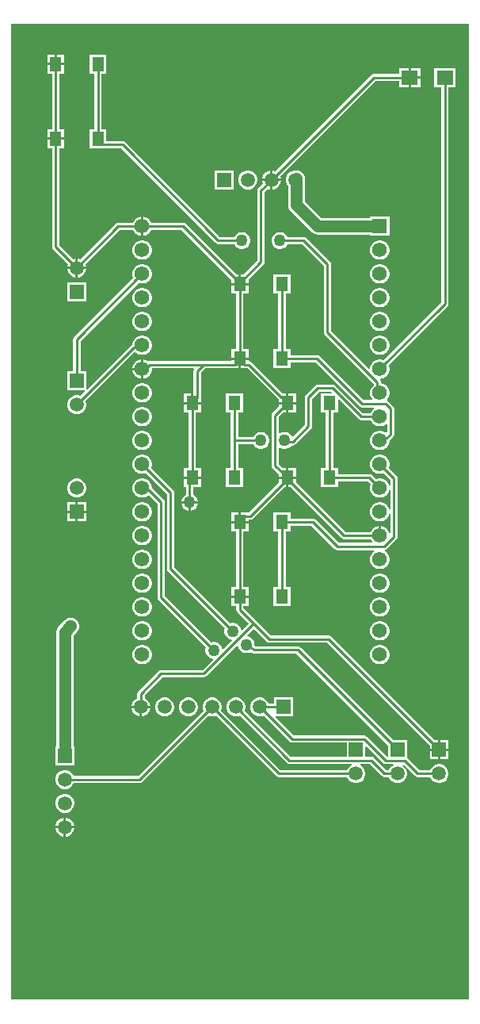
<source format=gtl>
G04*
G04 #@! TF.GenerationSoftware,Altium Limited,Altium Designer,23.3.1 (30)*
G04*
G04 Layer_Physical_Order=1*
G04 Layer_Color=255*
%FSLAX25Y25*%
%MOIN*%
G70*
G04*
G04 #@! TF.SameCoordinates,3938952C-0909-4C2D-B6D7-9D2AFB1CA47D*
G04*
G04*
G04 #@! TF.FilePolarity,Positive*
G04*
G01*
G75*
%ADD11C,0.01000*%
%ADD13R,0.05118X0.06102*%
%ADD14R,0.06890X0.05906*%
%ADD21C,0.05000*%
%ADD22C,0.06142*%
%ADD23R,0.06142X0.06142*%
%ADD24R,0.05906X0.05906*%
%ADD25C,0.05906*%
%ADD26R,0.05906X0.05906*%
%ADD27C,0.05000*%
G36*
X647500Y85000D02*
X455000D01*
Y495000D01*
X647500D01*
Y85000D01*
D02*
G37*
%LPC*%
G36*
X477201Y482201D02*
X474142D01*
Y478650D01*
X477201D01*
Y482201D01*
D02*
G37*
G36*
X473142D02*
X470083D01*
Y478650D01*
X473142D01*
Y482201D01*
D02*
G37*
G36*
X627063Y476453D02*
X623118D01*
Y473000D01*
X627063D01*
Y476453D01*
D02*
G37*
G36*
Y472000D02*
X623118D01*
Y468547D01*
X627063D01*
Y472000D01*
D02*
G37*
G36*
X622118Y476453D02*
X618173D01*
Y474029D01*
X607500D01*
X606915Y473913D01*
X606419Y473581D01*
X566022Y433184D01*
X565020Y433453D01*
X565000D01*
Y430000D01*
X568453D01*
Y430020D01*
X568185Y431022D01*
X608134Y470971D01*
X618173D01*
Y468547D01*
X622118D01*
Y472500D01*
Y476453D01*
D02*
G37*
G36*
X477201Y477650D02*
X473642D01*
X470083D01*
Y474098D01*
X472112D01*
Y450902D01*
X470083D01*
Y447350D01*
X473642D01*
X477201D01*
Y450902D01*
X475171D01*
Y474098D01*
X477201D01*
Y477650D01*
D02*
G37*
G36*
X564000Y433453D02*
X563980D01*
X562974Y433183D01*
X562073Y432663D01*
X561337Y431927D01*
X560817Y431026D01*
X560547Y430020D01*
Y430000D01*
X564000D01*
Y433453D01*
D02*
G37*
G36*
X568453Y429000D02*
X565000D01*
Y425547D01*
X565020D01*
X566026Y425817D01*
X566927Y426337D01*
X567663Y427073D01*
X568183Y427974D01*
X568453Y428980D01*
Y429000D01*
D02*
G37*
G36*
X564000D02*
X560547D01*
Y428980D01*
X560815Y427978D01*
X558919Y426081D01*
X558587Y425585D01*
X558471Y425000D01*
Y395634D01*
X552538Y389701D01*
X551642D01*
Y386150D01*
X554701D01*
Y387538D01*
X561082Y393919D01*
X561413Y394415D01*
X561529Y395000D01*
Y424367D01*
X562978Y425815D01*
X563980Y425547D01*
X564000D01*
Y429000D01*
D02*
G37*
G36*
X555020Y433453D02*
X553980D01*
X552974Y433183D01*
X552073Y432663D01*
X551337Y431927D01*
X550817Y431026D01*
X550547Y430020D01*
Y428980D01*
X550817Y427974D01*
X551337Y427073D01*
X552073Y426337D01*
X552974Y425817D01*
X553980Y425547D01*
X555020D01*
X556026Y425817D01*
X556927Y426337D01*
X557663Y427073D01*
X558183Y427974D01*
X558453Y428980D01*
Y430020D01*
X558183Y431026D01*
X557663Y431927D01*
X556927Y432663D01*
X556026Y433183D01*
X555020Y433453D01*
D02*
G37*
G36*
X548453D02*
X540547D01*
Y425547D01*
X548453D01*
Y433453D01*
D02*
G37*
G36*
X575000Y433530D02*
X574412Y433453D01*
X573980D01*
X572974Y433183D01*
X572073Y432663D01*
X571337Y431927D01*
X570817Y431026D01*
X570547Y430020D01*
Y428980D01*
X570817Y427974D01*
X571337Y427073D01*
X571470Y426940D01*
Y419000D01*
X571590Y418086D01*
X571943Y417235D01*
X572504Y416504D01*
X581504Y407504D01*
X582235Y406943D01*
X583086Y406590D01*
X584000Y406470D01*
X605929D01*
Y405929D01*
X614071D01*
Y414071D01*
X605929D01*
Y413530D01*
X585462D01*
X578530Y420462D01*
Y430000D01*
X578410Y430914D01*
X578057Y431765D01*
X577496Y432496D01*
X576765Y433057D01*
X575914Y433410D01*
X575000Y433530D01*
D02*
G37*
G36*
X509500Y414071D02*
X509464D01*
X508429Y413793D01*
X507500Y413258D01*
X506742Y412500D01*
X506207Y411571D01*
X506195Y411529D01*
X500000D01*
X499415Y411413D01*
X498919Y411081D01*
X484022Y396184D01*
X483020Y396453D01*
X483000D01*
Y393000D01*
X486453D01*
Y393020D01*
X486185Y394022D01*
X500633Y408471D01*
X506195D01*
X506207Y408429D01*
X506742Y407500D01*
X507500Y406742D01*
X508429Y406207D01*
X509464Y405929D01*
X509500D01*
Y410000D01*
Y414071D01*
D02*
G37*
G36*
X494917Y482201D02*
X487799D01*
Y474098D01*
X489829D01*
Y450902D01*
X487799D01*
Y442799D01*
X493270D01*
X493417Y442770D01*
X501067D01*
X540919Y402919D01*
X541415Y402587D01*
X542000Y402471D01*
X548841D01*
X549199Y401851D01*
X549851Y401199D01*
X550649Y400738D01*
X551539Y400500D01*
X552461D01*
X553351Y400738D01*
X554149Y401199D01*
X554801Y401851D01*
X555262Y402649D01*
X555500Y403539D01*
Y404461D01*
X555262Y405351D01*
X554801Y406149D01*
X554149Y406801D01*
X553351Y407262D01*
X552461Y407500D01*
X551539D01*
X550649Y407262D01*
X549851Y406801D01*
X549199Y406149D01*
X548841Y405529D01*
X542633D01*
X502782Y445381D01*
X502286Y445712D01*
X501701Y445829D01*
X494917D01*
Y450902D01*
X492888D01*
Y474098D01*
X494917D01*
Y482201D01*
D02*
G37*
G36*
X610536Y404071D02*
X609464D01*
X608429Y403793D01*
X607500Y403258D01*
X606742Y402500D01*
X606207Y401571D01*
X605929Y400536D01*
Y399464D01*
X606207Y398429D01*
X606742Y397500D01*
X607500Y396743D01*
X608429Y396207D01*
X609464Y395929D01*
X610536D01*
X611571Y396207D01*
X612500Y396743D01*
X613258Y397500D01*
X613793Y398429D01*
X614071Y399464D01*
Y400536D01*
X613793Y401571D01*
X613258Y402500D01*
X612500Y403258D01*
X611571Y403793D01*
X610536Y404071D01*
D02*
G37*
G36*
X510536D02*
X509464D01*
X508429Y403793D01*
X507500Y403258D01*
X506742Y402500D01*
X506207Y401571D01*
X505929Y400536D01*
Y399464D01*
X506207Y398429D01*
X506742Y397500D01*
X507500Y396743D01*
X508429Y396207D01*
X509464Y395929D01*
X510536D01*
X511571Y396207D01*
X512500Y396743D01*
X513258Y397500D01*
X513793Y398429D01*
X514071Y399464D01*
Y400536D01*
X513793Y401571D01*
X513258Y402500D01*
X512500Y403258D01*
X511571Y403793D01*
X510536Y404071D01*
D02*
G37*
G36*
X477201Y446350D02*
X473642D01*
X470083D01*
Y442799D01*
X472112D01*
Y401358D01*
X472229Y400773D01*
X472560Y400277D01*
X478816Y394022D01*
X478547Y393020D01*
Y393000D01*
X482000D01*
Y396453D01*
X481980D01*
X480978Y396184D01*
X475171Y401992D01*
Y442799D01*
X477201D01*
Y446350D01*
D02*
G37*
G36*
X486453Y392000D02*
X483000D01*
Y388547D01*
X483020D01*
X484026Y388817D01*
X484927Y389337D01*
X485663Y390073D01*
X486183Y390974D01*
X486453Y391980D01*
Y392000D01*
D02*
G37*
G36*
X482000D02*
X478547D01*
Y391980D01*
X478817Y390974D01*
X479337Y390073D01*
X480073Y389337D01*
X480974Y388817D01*
X481980Y388547D01*
X482000D01*
Y392000D01*
D02*
G37*
G36*
X510536Y414071D02*
X510500D01*
Y410000D01*
Y405929D01*
X510536D01*
X511571Y406207D01*
X512500Y406742D01*
X513258Y407500D01*
X513793Y408429D01*
X513805Y408471D01*
X526650D01*
X547583Y387538D01*
Y386150D01*
X550642D01*
Y389701D01*
X549746D01*
X528365Y411081D01*
X527869Y411413D01*
X527283Y411529D01*
X513805D01*
X513793Y411571D01*
X513258Y412500D01*
X512500Y413258D01*
X511571Y413793D01*
X510536Y414071D01*
D02*
G37*
G36*
X610536Y394071D02*
X609464D01*
X608429Y393793D01*
X607500Y393257D01*
X606742Y392500D01*
X606207Y391571D01*
X605929Y390536D01*
Y389464D01*
X606207Y388429D01*
X606742Y387500D01*
X607500Y386742D01*
X608429Y386207D01*
X609464Y385929D01*
X610536D01*
X611571Y386207D01*
X612500Y386742D01*
X613258Y387500D01*
X613793Y388429D01*
X614071Y389464D01*
Y390536D01*
X613793Y391571D01*
X613258Y392500D01*
X612500Y393257D01*
X611571Y393793D01*
X610536Y394071D01*
D02*
G37*
G36*
X510536D02*
X509464D01*
X508429Y393793D01*
X507500Y393257D01*
X506742Y392500D01*
X506207Y391571D01*
X505929Y390536D01*
Y389464D01*
X506207Y388429D01*
X506228Y388391D01*
X481419Y363581D01*
X481087Y363085D01*
X480971Y362500D01*
Y348953D01*
X478547D01*
Y341047D01*
X485731D01*
X485922Y340585D01*
X484022Y338685D01*
X483020Y338953D01*
X481980D01*
X480974Y338683D01*
X480073Y338163D01*
X479337Y337427D01*
X478817Y336526D01*
X478547Y335520D01*
Y334480D01*
X478817Y333474D01*
X479337Y332573D01*
X480073Y331837D01*
X480974Y331317D01*
X481980Y331047D01*
X483020D01*
X484026Y331317D01*
X484927Y331837D01*
X485663Y332573D01*
X486183Y333474D01*
X486453Y334480D01*
Y335520D01*
X486185Y336522D01*
X506953Y357290D01*
X507500Y356743D01*
X508429Y356207D01*
X509464Y355929D01*
X510536D01*
X511571Y356207D01*
X512500Y356743D01*
X513258Y357500D01*
X513793Y358429D01*
X514071Y359464D01*
Y360536D01*
X513793Y361571D01*
X513258Y362500D01*
X512500Y363258D01*
X511571Y363793D01*
X510536Y364071D01*
X509464D01*
X508429Y363793D01*
X507500Y363258D01*
X506742Y362500D01*
X506207Y361571D01*
X505929Y360536D01*
Y360428D01*
X505435Y360098D01*
X486915Y341578D01*
X486453Y341769D01*
Y348953D01*
X484029D01*
Y361866D01*
X508391Y386228D01*
X508429Y386207D01*
X509464Y385929D01*
X510536D01*
X511571Y386207D01*
X512500Y386742D01*
X513258Y387500D01*
X513793Y388429D01*
X514071Y389464D01*
Y390536D01*
X513793Y391571D01*
X513258Y392500D01*
X512500Y393257D01*
X511571Y393793D01*
X510536Y394071D01*
D02*
G37*
G36*
X486453Y386453D02*
X478547D01*
Y378547D01*
X486453D01*
Y386453D01*
D02*
G37*
G36*
X610536Y384071D02*
X609464D01*
X608429Y383793D01*
X607500Y383258D01*
X606742Y382500D01*
X606207Y381571D01*
X605929Y380536D01*
Y379464D01*
X606207Y378429D01*
X606742Y377500D01*
X607500Y376743D01*
X608429Y376207D01*
X609464Y375929D01*
X610536D01*
X611571Y376207D01*
X612500Y376743D01*
X613258Y377500D01*
X613793Y378429D01*
X614071Y379464D01*
Y380536D01*
X613793Y381571D01*
X613258Y382500D01*
X612500Y383258D01*
X611571Y383793D01*
X610536Y384071D01*
D02*
G37*
G36*
X510536D02*
X509464D01*
X508429Y383793D01*
X507500Y383258D01*
X506742Y382500D01*
X506207Y381571D01*
X505929Y380536D01*
Y379464D01*
X506207Y378429D01*
X506742Y377500D01*
X507500Y376743D01*
X508429Y376207D01*
X509464Y375929D01*
X510536D01*
X511571Y376207D01*
X512500Y376743D01*
X513258Y377500D01*
X513793Y378429D01*
X514071Y379464D01*
Y380536D01*
X513793Y381571D01*
X513258Y382500D01*
X512500Y383258D01*
X511571Y383793D01*
X510536Y384071D01*
D02*
G37*
G36*
X610536Y374071D02*
X609464D01*
X608429Y373793D01*
X607500Y373257D01*
X606742Y372500D01*
X606207Y371571D01*
X605929Y370536D01*
Y369464D01*
X606207Y368429D01*
X606742Y367500D01*
X607500Y366742D01*
X608429Y366207D01*
X609464Y365929D01*
X610536D01*
X611571Y366207D01*
X612500Y366742D01*
X613258Y367500D01*
X613793Y368429D01*
X614071Y369464D01*
Y370536D01*
X613793Y371571D01*
X613258Y372500D01*
X612500Y373257D01*
X611571Y373793D01*
X610536Y374071D01*
D02*
G37*
G36*
X510536D02*
X509464D01*
X508429Y373793D01*
X507500Y373257D01*
X506742Y372500D01*
X506207Y371571D01*
X505929Y370536D01*
Y369464D01*
X506207Y368429D01*
X506742Y367500D01*
X507500Y366742D01*
X508429Y366207D01*
X509464Y365929D01*
X510536D01*
X511571Y366207D01*
X512500Y366742D01*
X513258Y367500D01*
X513793Y368429D01*
X514071Y369464D01*
Y370536D01*
X513793Y371571D01*
X513258Y372500D01*
X512500Y373257D01*
X511571Y373793D01*
X510536Y374071D01*
D02*
G37*
G36*
X610536Y364071D02*
X609464D01*
X608429Y363793D01*
X607500Y363258D01*
X606742Y362500D01*
X606207Y361571D01*
X605929Y360536D01*
Y359464D01*
X606207Y358429D01*
X606742Y357500D01*
X607500Y356743D01*
X608429Y356207D01*
X609464Y355929D01*
X610536D01*
X611571Y356207D01*
X612500Y356743D01*
X613258Y357500D01*
X613793Y358429D01*
X614071Y359464D01*
Y360536D01*
X613793Y361571D01*
X613258Y362500D01*
X612500Y363258D01*
X611571Y363793D01*
X610536Y364071D01*
D02*
G37*
G36*
X554701Y385150D02*
X551142D01*
X547583D01*
Y381598D01*
X549612D01*
Y358402D01*
X547583D01*
Y354850D01*
X551142D01*
X554701D01*
Y358402D01*
X552671D01*
Y381598D01*
X554701D01*
Y385150D01*
D02*
G37*
G36*
X641827Y476453D02*
X632937D01*
Y468547D01*
X635852D01*
Y378015D01*
X611609Y353772D01*
X611571Y353793D01*
X610536Y354071D01*
X609464D01*
X608429Y353793D01*
X607500Y353257D01*
X606742Y352500D01*
X606207Y351571D01*
X605929Y350536D01*
Y350423D01*
X605467Y350232D01*
X589529Y366169D01*
Y394000D01*
X589413Y394585D01*
X589081Y395081D01*
X579081Y405081D01*
X578585Y405413D01*
X578000Y405529D01*
X571159D01*
X570801Y406149D01*
X570149Y406801D01*
X569351Y407262D01*
X568461Y407500D01*
X567539D01*
X566649Y407262D01*
X565851Y406801D01*
X565199Y406149D01*
X564739Y405351D01*
X564500Y404461D01*
Y403539D01*
X564739Y402649D01*
X565199Y401851D01*
X565851Y401199D01*
X566649Y400738D01*
X567539Y400500D01*
X568461D01*
X569351Y400738D01*
X570149Y401199D01*
X570801Y401851D01*
X571159Y402471D01*
X577366D01*
X586471Y393367D01*
Y365536D01*
X586587Y364951D01*
X586919Y364454D01*
X607487Y343886D01*
Y343244D01*
X606742Y342500D01*
X606207Y341571D01*
X605929Y340536D01*
Y339464D01*
X606207Y338429D01*
X606742Y337500D01*
X606822Y337421D01*
X606631Y336959D01*
X603204D01*
X584731Y355432D01*
X584235Y355763D01*
X583650Y355880D01*
X572417D01*
Y358402D01*
X570388D01*
Y381598D01*
X572417D01*
Y389701D01*
X565299D01*
Y381598D01*
X567329D01*
Y358402D01*
X565299D01*
Y350299D01*
X572417D01*
Y352821D01*
X583016D01*
X601489Y334348D01*
X601986Y334016D01*
X602571Y333900D01*
X607613D01*
X607747Y333400D01*
X607500Y333258D01*
X606742Y332500D01*
X606207Y331571D01*
X606195Y331529D01*
X602877D01*
X591325Y343081D01*
X590829Y343413D01*
X590244Y343529D01*
X584000D01*
X583415Y343413D01*
X582919Y343081D01*
X578919Y339081D01*
X578587Y338585D01*
X578471Y338000D01*
Y326634D01*
X573525Y321688D01*
X573029Y321753D01*
X572801Y322149D01*
X572149Y322801D01*
X571351Y323261D01*
X570461Y323500D01*
X569539D01*
X568649Y323261D01*
X568029Y322904D01*
X567529Y323141D01*
Y329874D01*
X569253Y331598D01*
X570642D01*
Y335150D01*
X567583D01*
Y334254D01*
X564919Y331589D01*
X564587Y331093D01*
X564471Y330508D01*
Y309492D01*
X564587Y308907D01*
X564919Y308411D01*
X567583Y305747D01*
Y304850D01*
X570642D01*
Y308402D01*
X569253D01*
X567529Y310126D01*
Y316860D01*
X568029Y317096D01*
X568649Y316739D01*
X569539Y316500D01*
X570461D01*
X571351Y316739D01*
X572149Y317199D01*
X572801Y317851D01*
X572820Y317885D01*
X573414D01*
X574000Y318001D01*
X574496Y318333D01*
X581081Y324919D01*
X581413Y325415D01*
X581529Y326000D01*
Y337367D01*
X584633Y340471D01*
X589573D01*
X589824Y340160D01*
X589625Y339701D01*
X585299D01*
Y331598D01*
X587329D01*
Y308402D01*
X585299D01*
Y300299D01*
X592417D01*
Y302821D01*
X605016D01*
X606228Y301609D01*
X606207Y301571D01*
X605929Y300536D01*
Y299464D01*
X606207Y298429D01*
X606742Y297500D01*
X607500Y296743D01*
X608429Y296207D01*
X609464Y295929D01*
X610536D01*
X611571Y296207D01*
X612500Y296743D01*
X613258Y297500D01*
X613793Y298429D01*
X613971Y299090D01*
X614471Y299024D01*
Y290976D01*
X613971Y290910D01*
X613793Y291571D01*
X613258Y292500D01*
X612500Y293257D01*
X611571Y293793D01*
X610536Y294071D01*
X609464D01*
X608429Y293793D01*
X607500Y293257D01*
X606742Y292500D01*
X606207Y291571D01*
X605929Y290536D01*
Y289464D01*
X606207Y288429D01*
X606742Y287500D01*
X607500Y286742D01*
X608429Y286207D01*
X609464Y285929D01*
X610536D01*
X611571Y286207D01*
X612500Y286742D01*
X613258Y287500D01*
X613793Y288429D01*
X613971Y289090D01*
X614471Y289024D01*
Y280976D01*
X613971Y280910D01*
X613793Y281571D01*
X613258Y282500D01*
X612500Y283258D01*
X611571Y283793D01*
X610536Y284071D01*
X610500D01*
Y280000D01*
X609500D01*
Y284071D01*
X609464D01*
X608429Y283793D01*
X607500Y283258D01*
X606742Y282500D01*
X606207Y281571D01*
X606195Y281529D01*
X595634D01*
X574701Y302462D01*
Y303850D01*
X571642D01*
Y300299D01*
X572538D01*
X593919Y278919D01*
X594415Y278587D01*
X595000Y278471D01*
X606195D01*
X606207Y278429D01*
X606742Y277500D01*
X606822Y277420D01*
X606631Y276958D01*
X592704D01*
X582932Y286731D01*
X582436Y287063D01*
X581850Y287179D01*
X572417D01*
Y289701D01*
X565299D01*
Y281598D01*
X567329D01*
Y258402D01*
X565299D01*
Y250299D01*
X572417D01*
Y258402D01*
X570388D01*
Y281598D01*
X572417D01*
Y284120D01*
X581217D01*
X590989Y274348D01*
X591486Y274016D01*
X592071Y273900D01*
X607613D01*
X607747Y273400D01*
X607500Y273257D01*
X606742Y272500D01*
X606207Y271571D01*
X605929Y270536D01*
Y269464D01*
X606207Y268429D01*
X606742Y267500D01*
X607500Y266742D01*
X608429Y266207D01*
X609464Y265929D01*
X610536D01*
X611571Y266207D01*
X612500Y266742D01*
X613258Y267500D01*
X613793Y268429D01*
X614071Y269464D01*
Y270536D01*
X613793Y271571D01*
X613258Y272500D01*
X612500Y273257D01*
X612174Y273446D01*
X612261Y273973D01*
X612479Y274016D01*
X612975Y274348D01*
X617081Y278454D01*
X617413Y278951D01*
X617529Y279536D01*
Y304000D01*
X617413Y304585D01*
X617081Y305081D01*
X613772Y308391D01*
X613793Y308429D01*
X614071Y309464D01*
Y310536D01*
X613793Y311571D01*
X613258Y312500D01*
X612500Y313258D01*
X611571Y313793D01*
X610536Y314071D01*
X609464D01*
X608429Y313793D01*
X607500Y313258D01*
X606742Y312500D01*
X606207Y311571D01*
X605929Y310536D01*
Y309464D01*
X606207Y308429D01*
X606742Y307500D01*
X607500Y306743D01*
X608429Y306207D01*
X609464Y305929D01*
X610536D01*
X611571Y306207D01*
X611609Y306228D01*
X614471Y303366D01*
Y300976D01*
X613971Y300910D01*
X613793Y301571D01*
X613258Y302500D01*
X612500Y303257D01*
X611571Y303793D01*
X610536Y304071D01*
X609464D01*
X608429Y303793D01*
X608391Y303772D01*
X606731Y305432D01*
X606235Y305763D01*
X605650Y305880D01*
X592417D01*
Y308402D01*
X590388D01*
Y331598D01*
X592417D01*
Y337010D01*
X592879Y337201D01*
X601162Y328919D01*
X601658Y328587D01*
X602244Y328471D01*
X606195D01*
X606207Y328429D01*
X606742Y327500D01*
X607500Y326743D01*
X608429Y326207D01*
X609464Y325929D01*
X610536D01*
X611571Y326207D01*
X612500Y326743D01*
X612579Y326822D01*
X613041Y326631D01*
Y323423D01*
X612541Y323216D01*
X612500Y323257D01*
X611571Y323793D01*
X610536Y324071D01*
X609464D01*
X608429Y323793D01*
X607500Y323257D01*
X606742Y322500D01*
X606207Y321571D01*
X605929Y320536D01*
Y319464D01*
X606207Y318429D01*
X606742Y317500D01*
X607500Y316742D01*
X608429Y316207D01*
X609464Y315929D01*
X610536D01*
X611571Y316207D01*
X612500Y316742D01*
X613258Y317500D01*
X613793Y318429D01*
X614071Y319464D01*
Y319908D01*
X615652Y321489D01*
X615984Y321986D01*
X616100Y322571D01*
Y333429D01*
X615984Y334014D01*
X615652Y334511D01*
X613652Y336511D01*
X613246Y336782D01*
X613084Y337327D01*
X613258Y337500D01*
X613793Y338429D01*
X614071Y339464D01*
Y340536D01*
X613793Y341571D01*
X613258Y342500D01*
X612500Y343257D01*
X611571Y343793D01*
X610546Y344068D01*
Y344520D01*
X610429Y345105D01*
X610213Y345429D01*
X610438Y345929D01*
X610536D01*
X611571Y346207D01*
X612500Y346743D01*
X613258Y347500D01*
X613793Y348429D01*
X614071Y349464D01*
Y350536D01*
X613793Y351571D01*
X613772Y351609D01*
X638463Y376301D01*
X638795Y376797D01*
X638911Y377382D01*
Y468547D01*
X641827D01*
Y476453D01*
D02*
G37*
G36*
X509500Y354071D02*
X509464D01*
X508429Y353793D01*
X507500Y353257D01*
X506742Y352500D01*
X506207Y351571D01*
X505929Y350536D01*
Y350500D01*
X509500D01*
Y354071D01*
D02*
G37*
G36*
Y349500D02*
X505929D01*
Y349464D01*
X506207Y348429D01*
X506742Y347500D01*
X507500Y346743D01*
X508429Y346207D01*
X509464Y345929D01*
X509500D01*
Y349500D01*
D02*
G37*
G36*
X574701Y339701D02*
X571642D01*
Y336150D01*
X574701D01*
Y339701D01*
D02*
G37*
G36*
X510536Y354071D02*
X510500D01*
Y350000D01*
X510000D01*
D01*
X510500D01*
Y345929D01*
X510536D01*
X511571Y346207D01*
X512500Y346743D01*
X513258Y347500D01*
X513793Y348429D01*
X514071Y349464D01*
Y350270D01*
X531523D01*
X531797Y349859D01*
X531785Y349770D01*
X531671Y349201D01*
Y339701D01*
X531642D01*
Y336150D01*
X534701D01*
Y337561D01*
X534730Y337709D01*
Y348567D01*
X536433Y350270D01*
X549083D01*
X549230Y350299D01*
X550642D01*
Y353850D01*
X547583D01*
Y353329D01*
X513157D01*
X512571Y353212D01*
X512556Y353202D01*
X512500Y353257D01*
X511571Y353793D01*
X510536Y354071D01*
D02*
G37*
G36*
X554701Y353850D02*
X551642D01*
Y350299D01*
X553053D01*
X553201Y350270D01*
X554359D01*
X567509Y337119D01*
X567583Y337070D01*
Y336150D01*
X570642D01*
Y339701D01*
X569253D01*
X556074Y352881D01*
X555577Y353212D01*
X554992Y353329D01*
X554701D01*
Y353850D01*
D02*
G37*
G36*
X530642Y339701D02*
X527583D01*
Y336150D01*
X530642D01*
Y339701D01*
D02*
G37*
G36*
X510536Y344071D02*
X509464D01*
X508429Y343793D01*
X507500Y343257D01*
X506742Y342500D01*
X506207Y341571D01*
X505929Y340536D01*
Y339464D01*
X506207Y338429D01*
X506742Y337500D01*
X507500Y336742D01*
X508429Y336207D01*
X509464Y335929D01*
X510536D01*
X511571Y336207D01*
X512500Y336742D01*
X513258Y337500D01*
X513793Y338429D01*
X514071Y339464D01*
Y340536D01*
X513793Y341571D01*
X513258Y342500D01*
X512500Y343257D01*
X511571Y343793D01*
X510536Y344071D01*
D02*
G37*
G36*
X574701Y335150D02*
X571642D01*
Y331598D01*
X574701D01*
Y335150D01*
D02*
G37*
G36*
X510536Y334071D02*
X509464D01*
X508429Y333793D01*
X507500Y333258D01*
X506742Y332500D01*
X506207Y331571D01*
X505929Y330536D01*
Y329464D01*
X506207Y328429D01*
X506742Y327500D01*
X507500Y326743D01*
X508429Y326207D01*
X509464Y325929D01*
X510536D01*
X511571Y326207D01*
X512500Y326743D01*
X513258Y327500D01*
X513793Y328429D01*
X514071Y329464D01*
Y330536D01*
X513793Y331571D01*
X513258Y332500D01*
X512500Y333258D01*
X511571Y333793D01*
X510536Y334071D01*
D02*
G37*
G36*
X552417Y339701D02*
X545299D01*
Y331598D01*
X547329D01*
Y320000D01*
Y308402D01*
X545299D01*
Y300299D01*
X552417D01*
Y308402D01*
X550388D01*
Y318471D01*
X556842D01*
X557199Y317851D01*
X557851Y317199D01*
X558649Y316739D01*
X559539Y316500D01*
X560461D01*
X561351Y316739D01*
X562149Y317199D01*
X562801Y317851D01*
X563262Y318649D01*
X563500Y319539D01*
Y320461D01*
X563262Y321351D01*
X562801Y322149D01*
X562149Y322801D01*
X561351Y323261D01*
X560461Y323500D01*
X559539D01*
X558649Y323261D01*
X557851Y322801D01*
X557199Y322149D01*
X556842Y321529D01*
X550388D01*
Y331598D01*
X552417D01*
Y339701D01*
D02*
G37*
G36*
X510536Y324071D02*
X509464D01*
X508429Y323793D01*
X507500Y323257D01*
X506742Y322500D01*
X506207Y321571D01*
X505929Y320536D01*
Y319464D01*
X506207Y318429D01*
X506742Y317500D01*
X507500Y316742D01*
X508429Y316207D01*
X509464Y315929D01*
X510536D01*
X511571Y316207D01*
X512500Y316742D01*
X513258Y317500D01*
X513793Y318429D01*
X514071Y319464D01*
Y320536D01*
X513793Y321571D01*
X513258Y322500D01*
X512500Y323257D01*
X511571Y323793D01*
X510536Y324071D01*
D02*
G37*
G36*
X574701Y308402D02*
X571642D01*
Y304850D01*
X574701D01*
Y308402D01*
D02*
G37*
G36*
X534701Y335150D02*
X531142D01*
X527583D01*
Y331598D01*
X529612D01*
Y308402D01*
X527583D01*
Y304850D01*
X531142D01*
X534701D01*
Y308402D01*
X532671D01*
Y331598D01*
X534701D01*
Y335150D01*
D02*
G37*
G36*
X483020Y303953D02*
X481980D01*
X480974Y303683D01*
X480073Y303163D01*
X479337Y302427D01*
X478817Y301526D01*
X478547Y300520D01*
Y299480D01*
X478817Y298474D01*
X479337Y297573D01*
X480073Y296837D01*
X480974Y296317D01*
X481980Y296047D01*
X483020D01*
X484026Y296317D01*
X484927Y296837D01*
X485663Y297573D01*
X486183Y298474D01*
X486453Y299480D01*
Y300520D01*
X486183Y301526D01*
X485663Y302427D01*
X484927Y303163D01*
X484026Y303683D01*
X483020Y303953D01*
D02*
G37*
G36*
X534701Y303850D02*
X531142D01*
X527583D01*
Y300299D01*
X528471D01*
Y297159D01*
X527851Y296801D01*
X527199Y296149D01*
X526739Y295351D01*
X526510Y294500D01*
X533490D01*
X533261Y295351D01*
X532801Y296149D01*
X532149Y296801D01*
X531529Y297159D01*
Y300299D01*
X534701D01*
Y303850D01*
D02*
G37*
G36*
X533490Y293500D02*
X530500D01*
Y290511D01*
X531351Y290739D01*
X532149Y291199D01*
X532801Y291851D01*
X533261Y292649D01*
X533490Y293500D01*
D02*
G37*
G36*
X529500D02*
X526510D01*
X526739Y292649D01*
X527199Y291851D01*
X527851Y291199D01*
X528649Y290739D01*
X529500Y290511D01*
Y293500D01*
D02*
G37*
G36*
X486453Y293953D02*
X483000D01*
Y290500D01*
X486453D01*
Y293953D01*
D02*
G37*
G36*
X482000D02*
X478547D01*
Y290500D01*
X482000D01*
Y293953D01*
D02*
G37*
G36*
X570642Y303850D02*
X567583D01*
Y302462D01*
X554851Y289730D01*
X553201D01*
X553053Y289701D01*
X551642D01*
Y286150D01*
X554701D01*
Y286671D01*
X555484D01*
X556070Y286788D01*
X556566Y287119D01*
X569746Y300299D01*
X570642D01*
Y303850D01*
D02*
G37*
G36*
X550642Y289701D02*
X547583D01*
Y286150D01*
X550642D01*
Y289701D01*
D02*
G37*
G36*
X486453Y289500D02*
X483000D01*
Y286047D01*
X486453D01*
Y289500D01*
D02*
G37*
G36*
X482000D02*
X478547D01*
Y286047D01*
X482000D01*
Y289500D01*
D02*
G37*
G36*
X510536Y294071D02*
X509464D01*
X508429Y293793D01*
X507500Y293257D01*
X506742Y292500D01*
X506207Y291571D01*
X505929Y290536D01*
Y289464D01*
X506207Y288429D01*
X506742Y287500D01*
X507500Y286742D01*
X508429Y286207D01*
X509464Y285929D01*
X510536D01*
X511571Y286207D01*
X512500Y286742D01*
X513258Y287500D01*
X513793Y288429D01*
X514071Y289464D01*
Y290536D01*
X513793Y291571D01*
X513258Y292500D01*
X512500Y293257D01*
X511571Y293793D01*
X510536Y294071D01*
D02*
G37*
G36*
Y284071D02*
X509464D01*
X508429Y283793D01*
X507500Y283258D01*
X506742Y282500D01*
X506207Y281571D01*
X505929Y280536D01*
Y279464D01*
X506207Y278429D01*
X506742Y277500D01*
X507500Y276743D01*
X508429Y276207D01*
X509464Y275929D01*
X510536D01*
X511571Y276207D01*
X512500Y276743D01*
X513258Y277500D01*
X513793Y278429D01*
X514071Y279464D01*
Y280536D01*
X513793Y281571D01*
X513258Y282500D01*
X512500Y283258D01*
X511571Y283793D01*
X510536Y284071D01*
D02*
G37*
G36*
Y274071D02*
X509464D01*
X508429Y273793D01*
X507500Y273257D01*
X506742Y272500D01*
X506207Y271571D01*
X505929Y270536D01*
Y269464D01*
X506207Y268429D01*
X506742Y267500D01*
X507500Y266742D01*
X508429Y266207D01*
X509464Y265929D01*
X510536D01*
X511571Y266207D01*
X512500Y266742D01*
X513258Y267500D01*
X513793Y268429D01*
X514071Y269464D01*
Y270536D01*
X513793Y271571D01*
X513258Y272500D01*
X512500Y273257D01*
X511571Y273793D01*
X510536Y274071D01*
D02*
G37*
G36*
X610536Y264071D02*
X609464D01*
X608429Y263793D01*
X607500Y263258D01*
X606742Y262500D01*
X606207Y261571D01*
X605929Y260536D01*
Y259464D01*
X606207Y258429D01*
X606742Y257500D01*
X607500Y256743D01*
X608429Y256207D01*
X609464Y255929D01*
X610536D01*
X611571Y256207D01*
X612500Y256743D01*
X613258Y257500D01*
X613793Y258429D01*
X614071Y259464D01*
Y260536D01*
X613793Y261571D01*
X613258Y262500D01*
X612500Y263258D01*
X611571Y263793D01*
X610536Y264071D01*
D02*
G37*
G36*
X510536D02*
X509464D01*
X508429Y263793D01*
X507500Y263258D01*
X506742Y262500D01*
X506207Y261571D01*
X505929Y260536D01*
Y259464D01*
X506207Y258429D01*
X506742Y257500D01*
X507500Y256743D01*
X508429Y256207D01*
X509464Y255929D01*
X510536D01*
X511571Y256207D01*
X512500Y256743D01*
X513258Y257500D01*
X513793Y258429D01*
X514071Y259464D01*
Y260536D01*
X513793Y261571D01*
X513258Y262500D01*
X512500Y263258D01*
X511571Y263793D01*
X510536Y264071D01*
D02*
G37*
G36*
X554701Y285150D02*
X551142D01*
X547583D01*
Y281598D01*
X549612D01*
Y258402D01*
X547583D01*
Y254850D01*
X551142D01*
X554701D01*
Y258402D01*
X552671D01*
Y281598D01*
X554701D01*
Y285150D01*
D02*
G37*
G36*
X610536Y254071D02*
X609464D01*
X608429Y253793D01*
X607500Y253257D01*
X606742Y252500D01*
X606207Y251571D01*
X605929Y250536D01*
Y249464D01*
X606207Y248429D01*
X606742Y247500D01*
X607500Y246743D01*
X608429Y246207D01*
X609464Y245929D01*
X610536D01*
X611571Y246207D01*
X612500Y246743D01*
X613258Y247500D01*
X613793Y248429D01*
X614071Y249464D01*
Y250536D01*
X613793Y251571D01*
X613258Y252500D01*
X612500Y253257D01*
X611571Y253793D01*
X610536Y254071D01*
D02*
G37*
G36*
X510536D02*
X509464D01*
X508429Y253793D01*
X507500Y253257D01*
X506742Y252500D01*
X506207Y251571D01*
X505929Y250536D01*
Y249464D01*
X506207Y248429D01*
X506742Y247500D01*
X507500Y246743D01*
X508429Y246207D01*
X509464Y245929D01*
X510536D01*
X511571Y246207D01*
X512500Y246743D01*
X513258Y247500D01*
X513793Y248429D01*
X514071Y249464D01*
Y250536D01*
X513793Y251571D01*
X513258Y252500D01*
X512500Y253257D01*
X511571Y253793D01*
X510536Y254071D01*
D02*
G37*
G36*
X610536Y244071D02*
X609464D01*
X608429Y243793D01*
X607500Y243257D01*
X606742Y242500D01*
X606207Y241571D01*
X605929Y240536D01*
Y239464D01*
X606207Y238429D01*
X606742Y237500D01*
X607500Y236742D01*
X608429Y236207D01*
X609464Y235929D01*
X610536D01*
X611571Y236207D01*
X612500Y236742D01*
X613258Y237500D01*
X613793Y238429D01*
X614071Y239464D01*
Y240536D01*
X613793Y241571D01*
X613258Y242500D01*
X612500Y243257D01*
X611571Y243793D01*
X610536Y244071D01*
D02*
G37*
G36*
X510536D02*
X509464D01*
X508429Y243793D01*
X507500Y243257D01*
X506742Y242500D01*
X506207Y241571D01*
X505929Y240536D01*
Y239464D01*
X506207Y238429D01*
X506742Y237500D01*
X507500Y236742D01*
X508429Y236207D01*
X509464Y235929D01*
X510536D01*
X511571Y236207D01*
X512500Y236742D01*
X513258Y237500D01*
X513793Y238429D01*
X514071Y239464D01*
Y240536D01*
X513793Y241571D01*
X513258Y242500D01*
X512500Y243257D01*
X511571Y243793D01*
X510536Y244071D01*
D02*
G37*
G36*
Y314071D02*
X509464D01*
X508429Y313793D01*
X507500Y313258D01*
X506742Y312500D01*
X506207Y311571D01*
X505929Y310536D01*
Y309464D01*
X506207Y308429D01*
X506742Y307500D01*
X507500Y306743D01*
X508429Y306207D01*
X509464Y305929D01*
X510536D01*
X511571Y306207D01*
X511609Y306228D01*
X520471Y297366D01*
Y266000D01*
X520587Y265415D01*
X520919Y264919D01*
X544857Y240980D01*
X544672Y240289D01*
Y239368D01*
X544910Y238477D01*
X545371Y237679D01*
X546023Y237028D01*
X546821Y236567D01*
X547512Y236382D01*
X547698Y235861D01*
X544139Y232302D01*
X543618Y232488D01*
X543433Y233179D01*
X542972Y233978D01*
X542321Y234629D01*
X541523Y235090D01*
X540632Y235328D01*
X539711D01*
X539020Y235143D01*
X519529Y254633D01*
Y294000D01*
X519413Y294585D01*
X519081Y295081D01*
X514071Y300092D01*
Y300536D01*
X513793Y301571D01*
X513258Y302500D01*
X512500Y303257D01*
X511571Y303793D01*
X510536Y304071D01*
X509464D01*
X508429Y303793D01*
X507500Y303257D01*
X506742Y302500D01*
X506207Y301571D01*
X505929Y300536D01*
Y299464D01*
X506207Y298429D01*
X506742Y297500D01*
X507500Y296743D01*
X508429Y296207D01*
X509464Y295929D01*
X510536D01*
X511571Y296207D01*
X512500Y296743D01*
X512797Y297040D01*
X516471Y293367D01*
Y254000D01*
X516587Y253415D01*
X516919Y252919D01*
X536857Y232980D01*
X536672Y232289D01*
Y231368D01*
X536910Y230477D01*
X537371Y229679D01*
X538023Y229028D01*
X538821Y228567D01*
X539512Y228382D01*
X539698Y227861D01*
X535366Y223529D01*
X518000D01*
X517415Y223413D01*
X516919Y223081D01*
X508419Y214581D01*
X508087Y214085D01*
X507971Y213500D01*
Y211681D01*
X507073Y211163D01*
X506337Y210427D01*
X505817Y209526D01*
X505547Y208520D01*
Y208500D01*
X509500D01*
X513453D01*
Y208520D01*
X513183Y209526D01*
X512663Y210427D01*
X511927Y211163D01*
X511029Y211681D01*
Y212866D01*
X518634Y220471D01*
X536000D01*
X536585Y220587D01*
X537081Y220919D01*
X549861Y233698D01*
X550382Y233512D01*
X550567Y232821D01*
X551028Y232023D01*
X551679Y231371D01*
X552478Y230910D01*
X553368Y230672D01*
X554289D01*
X555179Y230910D01*
X555625Y231168D01*
X556308Y230720D01*
X556441Y230667D01*
X556561Y230587D01*
X556715Y230556D01*
X556862Y230497D01*
X557005Y230499D01*
X557146Y230471D01*
X557974Y230471D01*
X574866D01*
X613547Y191790D01*
Y187171D01*
X613047Y187116D01*
X605588Y194575D01*
X605534Y194656D01*
X604656Y195534D01*
X604159Y195866D01*
X603574Y195982D01*
X573681D01*
X566078Y203585D01*
X566269Y204047D01*
X573453D01*
Y211953D01*
X565547D01*
Y209529D01*
X563181D01*
X562663Y210427D01*
X561927Y211163D01*
X561026Y211683D01*
X560020Y211953D01*
X558980D01*
X557974Y211683D01*
X557073Y211163D01*
X556337Y210427D01*
X555817Y209526D01*
X555547Y208520D01*
Y207480D01*
X555817Y206474D01*
X556337Y205573D01*
X557073Y204837D01*
X557974Y204317D01*
X558980Y204047D01*
X560020D01*
X561022Y204315D01*
X571966Y193371D01*
X572462Y193040D01*
X573047Y192923D01*
X596047D01*
Y187077D01*
X572586D01*
X553185Y206478D01*
X553453Y207480D01*
Y208520D01*
X553183Y209526D01*
X552663Y210427D01*
X551927Y211163D01*
X551026Y211683D01*
X550020Y211953D01*
X548980D01*
X547974Y211683D01*
X547073Y211163D01*
X546337Y210427D01*
X545817Y209526D01*
X545547Y208520D01*
Y207480D01*
X545817Y206474D01*
X546337Y205573D01*
X547073Y204837D01*
X547974Y204317D01*
X548980Y204047D01*
X550020D01*
X551022Y204315D01*
X570871Y184466D01*
X571368Y184134D01*
X571953Y184018D01*
X598054D01*
X598188Y183518D01*
X597573Y183163D01*
X596837Y182427D01*
X596319Y181529D01*
X568133D01*
X543185Y206478D01*
X543453Y207480D01*
Y208520D01*
X543183Y209526D01*
X542663Y210427D01*
X541927Y211163D01*
X541026Y211683D01*
X540020Y211953D01*
X538980D01*
X537974Y211683D01*
X537073Y211163D01*
X536337Y210427D01*
X535817Y209526D01*
X535547Y208520D01*
Y207480D01*
X535815Y206478D01*
X508366Y179029D01*
X481181D01*
X480663Y179927D01*
X479927Y180663D01*
X479026Y181183D01*
X478020Y181453D01*
X476980D01*
X475974Y181183D01*
X475073Y180663D01*
X474337Y179927D01*
X473817Y179026D01*
X473547Y178020D01*
Y176980D01*
X473817Y175974D01*
X474337Y175073D01*
X475073Y174337D01*
X475974Y173817D01*
X476980Y173547D01*
X478020D01*
X479026Y173817D01*
X479927Y174337D01*
X480663Y175073D01*
X481181Y175971D01*
X509000D01*
X509585Y176087D01*
X510081Y176419D01*
X537978Y204315D01*
X538980Y204047D01*
X540020D01*
X541022Y204315D01*
X566419Y178919D01*
X566915Y178587D01*
X567500Y178471D01*
X596319D01*
X596837Y177573D01*
X597573Y176837D01*
X598474Y176317D01*
X599480Y176047D01*
X600520D01*
X601526Y176317D01*
X602427Y176837D01*
X603163Y177573D01*
X603683Y178474D01*
X603953Y179480D01*
Y180520D01*
X603683Y181526D01*
X603163Y182427D01*
X602427Y183163D01*
X601812Y183518D01*
X601946Y184018D01*
X605819D01*
X610919Y178919D01*
X611415Y178587D01*
X612000Y178471D01*
X613819D01*
X614337Y177573D01*
X615073Y176837D01*
X615974Y176317D01*
X616980Y176047D01*
X618020D01*
X619026Y176317D01*
X619927Y176837D01*
X620663Y177573D01*
X621183Y178474D01*
X621453Y179480D01*
Y180520D01*
X621183Y181526D01*
X620663Y182427D01*
X619927Y183163D01*
X619594Y183355D01*
X619693Y183876D01*
X619926Y183911D01*
X624919Y178919D01*
X625415Y178587D01*
X626000Y178471D01*
X631319D01*
X631837Y177573D01*
X632573Y176837D01*
X633474Y176317D01*
X634480Y176047D01*
X635520D01*
X636526Y176317D01*
X637427Y176837D01*
X638163Y177573D01*
X638683Y178474D01*
X638953Y179480D01*
Y180520D01*
X638683Y181526D01*
X638163Y182427D01*
X637427Y183163D01*
X636526Y183683D01*
X635520Y183953D01*
X634480D01*
X633474Y183683D01*
X632573Y183163D01*
X631837Y182427D01*
X631319Y181529D01*
X626634D01*
X621534Y186629D01*
X621453Y186683D01*
Y193953D01*
X615710D01*
X576581Y233081D01*
X576085Y233413D01*
X575500Y233529D01*
X557772D01*
X557328Y233711D01*
Y234632D01*
X557090Y235523D01*
X556629Y236321D01*
X555977Y236972D01*
X555179Y237433D01*
X554488Y237618D01*
X554302Y238139D01*
X557000Y240837D01*
X562419Y235419D01*
X562915Y235087D01*
X563500Y234971D01*
X587866D01*
X631047Y191790D01*
Y190500D01*
X634500D01*
Y193953D01*
X633210D01*
X589581Y237581D01*
X589085Y237913D01*
X588500Y238029D01*
X564134D01*
X558081Y244081D01*
X558081Y244081D01*
X552671Y249492D01*
Y250299D01*
X554701D01*
Y253850D01*
X551142D01*
X547583D01*
Y250299D01*
X549612D01*
Y248858D01*
X549729Y248273D01*
X550060Y247777D01*
X554837Y243000D01*
X552139Y240302D01*
X551618Y240488D01*
X551433Y241179D01*
X550972Y241978D01*
X550321Y242629D01*
X549522Y243090D01*
X548632Y243328D01*
X547711D01*
X547020Y243143D01*
X523529Y266634D01*
Y298000D01*
X523413Y298585D01*
X523081Y299081D01*
X513772Y308391D01*
X513793Y308429D01*
X514071Y309464D01*
Y310536D01*
X513793Y311571D01*
X513258Y312500D01*
X512500Y313258D01*
X511571Y313793D01*
X510536Y314071D01*
D02*
G37*
G36*
X610536Y234071D02*
X609464D01*
X608429Y233793D01*
X607500Y233258D01*
X606742Y232500D01*
X606207Y231571D01*
X605929Y230536D01*
Y229464D01*
X606207Y228429D01*
X606742Y227500D01*
X607500Y226743D01*
X608429Y226207D01*
X609464Y225929D01*
X610536D01*
X611571Y226207D01*
X612500Y226743D01*
X613258Y227500D01*
X613793Y228429D01*
X614071Y229464D01*
Y230536D01*
X613793Y231571D01*
X613258Y232500D01*
X612500Y233258D01*
X611571Y233793D01*
X610536Y234071D01*
D02*
G37*
G36*
X510536D02*
X509464D01*
X508429Y233793D01*
X507500Y233258D01*
X506742Y232500D01*
X506207Y231571D01*
X505929Y230536D01*
Y229464D01*
X506207Y228429D01*
X506742Y227500D01*
X507500Y226743D01*
X508429Y226207D01*
X509464Y225929D01*
X510536D01*
X511571Y226207D01*
X512500Y226743D01*
X513258Y227500D01*
X513793Y228429D01*
X514071Y229464D01*
Y230536D01*
X513793Y231571D01*
X513258Y232500D01*
X512500Y233258D01*
X511571Y233793D01*
X510536Y234071D01*
D02*
G37*
G36*
X530020Y211953D02*
X528980D01*
X527974Y211683D01*
X527073Y211163D01*
X526337Y210427D01*
X525817Y209526D01*
X525547Y208520D01*
Y207480D01*
X525817Y206474D01*
X526337Y205573D01*
X527073Y204837D01*
X527974Y204317D01*
X528980Y204047D01*
X530020D01*
X531026Y204317D01*
X531927Y204837D01*
X532663Y205573D01*
X533183Y206474D01*
X533453Y207480D01*
Y208520D01*
X533183Y209526D01*
X532663Y210427D01*
X531927Y211163D01*
X531026Y211683D01*
X530020Y211953D01*
D02*
G37*
G36*
X520020D02*
X518980D01*
X517974Y211683D01*
X517073Y211163D01*
X516337Y210427D01*
X515817Y209526D01*
X515547Y208520D01*
Y207480D01*
X515817Y206474D01*
X516337Y205573D01*
X517073Y204837D01*
X517974Y204317D01*
X518980Y204047D01*
X520020D01*
X521026Y204317D01*
X521927Y204837D01*
X522663Y205573D01*
X523183Y206474D01*
X523453Y207480D01*
Y208520D01*
X523183Y209526D01*
X522663Y210427D01*
X521927Y211163D01*
X521026Y211683D01*
X520020Y211953D01*
D02*
G37*
G36*
X513453Y207500D02*
X510000D01*
Y204047D01*
X510020D01*
X511026Y204317D01*
X511927Y204837D01*
X512663Y205573D01*
X513183Y206474D01*
X513453Y207480D01*
Y207500D01*
D02*
G37*
G36*
X509000D02*
X505547D01*
Y207480D01*
X505817Y206474D01*
X506337Y205573D01*
X507073Y204837D01*
X507974Y204317D01*
X508980Y204047D01*
X509000D01*
Y207500D01*
D02*
G37*
G36*
X638953Y193953D02*
X635500D01*
Y190500D01*
X638953D01*
Y193953D01*
D02*
G37*
G36*
Y189500D02*
X635500D01*
Y186047D01*
X638953D01*
Y189500D01*
D02*
G37*
G36*
X634500D02*
X631047D01*
Y186047D01*
X634500D01*
Y189500D01*
D02*
G37*
G36*
X480000Y245530D02*
X479771Y245500D01*
X479539D01*
X479316Y245440D01*
X479086Y245410D01*
X478873Y245321D01*
X478649Y245262D01*
X478449Y245146D01*
X478235Y245057D01*
X478051Y244916D01*
X477851Y244801D01*
X477687Y244637D01*
X477504Y244496D01*
X475004Y241996D01*
X474443Y241265D01*
X474090Y240414D01*
X473970Y239500D01*
Y191453D01*
X473547D01*
Y183547D01*
X481453D01*
Y191453D01*
X481030D01*
Y238038D01*
X482496Y239504D01*
X482637Y239687D01*
X482801Y239851D01*
X482916Y240051D01*
X483057Y240235D01*
X483146Y240449D01*
X483261Y240649D01*
X483321Y240873D01*
X483410Y241086D01*
X483440Y241316D01*
X483500Y241539D01*
Y241771D01*
X483530Y242000D01*
X483500Y242229D01*
Y242461D01*
X483440Y242684D01*
X483410Y242914D01*
X483321Y243127D01*
X483261Y243351D01*
X483146Y243551D01*
X483057Y243765D01*
X482916Y243949D01*
X482801Y244149D01*
X482637Y244313D01*
X482496Y244496D01*
X482313Y244637D01*
X482149Y244801D01*
X481949Y244916D01*
X481765Y245057D01*
X481551Y245146D01*
X481351Y245262D01*
X481127Y245321D01*
X480914Y245410D01*
X480684Y245440D01*
X480461Y245500D01*
X480229D01*
X480000Y245530D01*
D02*
G37*
G36*
X478020Y171453D02*
X476980D01*
X475974Y171183D01*
X475073Y170663D01*
X474337Y169927D01*
X473817Y169026D01*
X473547Y168020D01*
Y166980D01*
X473817Y165974D01*
X474337Y165073D01*
X475073Y164337D01*
X475974Y163817D01*
X476980Y163547D01*
X478020D01*
X479026Y163817D01*
X479927Y164337D01*
X480663Y165073D01*
X481183Y165974D01*
X481453Y166980D01*
Y168020D01*
X481183Y169026D01*
X480663Y169927D01*
X479927Y170663D01*
X479026Y171183D01*
X478020Y171453D01*
D02*
G37*
G36*
Y161453D02*
X478000D01*
Y158000D01*
X481453D01*
Y158020D01*
X481183Y159026D01*
X480663Y159927D01*
X479927Y160663D01*
X479026Y161183D01*
X478020Y161453D01*
D02*
G37*
G36*
X477000D02*
X476980D01*
X475974Y161183D01*
X475073Y160663D01*
X474337Y159927D01*
X473817Y159026D01*
X473547Y158020D01*
Y158000D01*
X477000D01*
Y161453D01*
D02*
G37*
G36*
X481453Y157000D02*
X478000D01*
Y153547D01*
X478020D01*
X479026Y153817D01*
X479927Y154337D01*
X480663Y155073D01*
X481183Y155974D01*
X481453Y156980D01*
Y157000D01*
D02*
G37*
G36*
X477000D02*
X473547D01*
Y156980D01*
X473817Y155974D01*
X474337Y155073D01*
X475073Y154337D01*
X475974Y153817D01*
X476980Y153547D01*
X477000D01*
Y157000D01*
D02*
G37*
%LPD*%
G36*
X611371Y184466D02*
X611868Y184134D01*
X612453Y184018D01*
X615554D01*
X615688Y183518D01*
X615073Y183163D01*
X614337Y182427D01*
X613819Y181529D01*
X612634D01*
X607534Y186629D01*
X607038Y186960D01*
X606453Y187077D01*
X603953D01*
Y191231D01*
X604415Y191422D01*
X611371Y184466D01*
D02*
G37*
D11*
X511082Y208095D02*
G03*
X511628Y208765I-426J905D01*
G01*
X607500Y472500D02*
X622618D01*
X564500Y429500D02*
X607500Y472500D01*
X637382Y377382D02*
Y472500D01*
X560000Y425000D02*
X564500Y429500D01*
X560000Y395000D02*
Y425000D01*
X592071Y275429D02*
X611893D01*
X581850Y285650D02*
X592071Y275429D01*
X568858Y285650D02*
X581850D01*
X510880Y208000D02*
X511082Y208095D01*
X477500Y177500D02*
X509000D01*
X539500Y208000D01*
X530000Y303209D02*
X531142Y304350D01*
X530000Y294000D02*
Y303209D01*
X522000Y266000D02*
X548172Y239828D01*
X522000Y266000D02*
Y298000D01*
X510000Y310000D02*
X522000Y298000D01*
X518000Y254000D02*
Y294000D01*
X510000Y300000D02*
X510984Y299016D01*
X512984D01*
X518000Y294000D01*
Y254000D02*
X540172Y231828D01*
X509500Y213500D02*
X518000Y222000D01*
X536000D01*
X509500Y208000D02*
Y213500D01*
X510656Y208000D02*
X510880Y208000D01*
X509500Y208000D02*
X510656D01*
X536000Y222000D02*
X557000Y243000D01*
X553828Y234172D02*
X557146Y232000D01*
X551142Y248858D02*
X557000Y243000D01*
X563500Y236500D01*
X551142Y248858D02*
Y254350D01*
X557146Y232000D02*
X557974Y232000D01*
X575500D01*
X617500Y190000D01*
X620453Y185547D02*
X626000Y180000D01*
X612453Y185547D02*
X620453D01*
X626000Y180000D02*
X635000D01*
X604453Y193547D02*
X612453Y185547D01*
X604453Y193547D02*
Y193574D01*
X573047Y194453D02*
X603574D01*
X604453Y193574D01*
X571953Y185547D02*
X606453D01*
X612000Y180000D02*
X617500D01*
X606453Y185547D02*
X612000Y180000D01*
X549500Y208000D02*
X571953Y185547D01*
X559500Y208000D02*
X569500D01*
X559500D02*
X573047Y194453D01*
X539500Y208000D02*
X567500Y180000D01*
X600000D01*
X563500Y236500D02*
X588500D01*
X635000Y190000D01*
X610000Y350000D02*
X637382Y377382D01*
X551142Y386142D02*
X560000Y395000D01*
X533201Y349201D02*
X535799Y351799D01*
X549083D01*
X513157D02*
X535799D01*
X510000Y350000D02*
X511357D01*
X513157Y351799D01*
X570000Y320000D02*
X570586Y319414D01*
X580000Y326000D02*
Y338000D01*
X570586Y319414D02*
X573414D01*
X580000Y326000D01*
Y338000D02*
X584000Y342000D01*
X590244D01*
X602244Y330000D01*
X588858Y304350D02*
Y335650D01*
X602244Y330000D02*
X610000D01*
X588858Y304350D02*
X605650D01*
X610000Y300000D01*
X616000Y279536D02*
Y304000D01*
X610000Y310000D02*
X616000Y304000D01*
X611893Y275429D02*
X616000Y279536D01*
X568858Y254350D02*
Y285650D01*
X583650Y354350D02*
X602571Y335429D01*
X568858Y354350D02*
X583650D01*
X602571Y335429D02*
X612571D01*
X610984Y320984D02*
X612984D01*
X610000Y320000D02*
X610984Y320984D01*
X614571Y322571D02*
Y333429D01*
X612984Y320984D02*
X614571Y322571D01*
X612571Y335429D02*
X614571Y333429D01*
X566000Y309492D02*
X571142Y304350D01*
X566000Y330508D02*
X571142Y335650D01*
X566000Y309492D02*
Y330508D01*
X548858Y320000D02*
X560000D01*
X548858D02*
Y335650D01*
Y304350D02*
Y320000D01*
X568858Y354350D02*
Y385650D01*
X578000Y404000D02*
X588000Y394000D01*
Y365536D02*
X609016Y344520D01*
X588000Y365536D02*
Y394000D01*
X609016Y340984D02*
Y344520D01*
Y340984D02*
X610000Y340000D01*
X568000Y404000D02*
X578000D01*
X542000D02*
X552000D01*
X501701Y444299D02*
X542000Y404000D01*
X493417Y444299D02*
X501701D01*
X491358Y446358D02*
Y446850D01*
Y446358D02*
X493417Y444299D01*
X491358Y446850D02*
Y478150D01*
X551142Y254350D02*
Y285650D01*
X571142Y303858D02*
X595000Y280000D01*
X610000D01*
X555484Y288201D02*
X571142Y303858D01*
X551142Y285650D02*
Y286142D01*
X553201Y288201D01*
X555484D01*
X568590Y338201D02*
X569083D01*
X554992Y351799D02*
X568590Y338201D01*
X553201Y351799D02*
X554992D01*
X551142Y353858D02*
Y354350D01*
X569083Y338201D02*
X571142Y336142D01*
X551142Y353858D02*
X553201Y351799D01*
X533201Y337709D02*
Y349201D01*
X531142Y335650D02*
X533201Y337709D01*
X531142Y304350D02*
Y335650D01*
X527283Y410000D02*
X551142Y386142D01*
Y385650D02*
Y386142D01*
X510000Y410000D02*
X527283D01*
X551142Y354350D02*
Y385650D01*
X509016Y359016D02*
X510000Y360000D01*
X482500Y335000D02*
X506516Y359016D01*
X509016D01*
X482500Y345000D02*
Y362500D01*
X510000Y390000D01*
X482500Y392500D02*
X500000Y410000D01*
X510000D01*
X473642Y401358D02*
Y446850D01*
Y401358D02*
X482500Y392500D01*
X473642Y446850D02*
Y478150D01*
X549083Y351799D02*
X551142Y353858D01*
D13*
Y254350D02*
D03*
X571142Y335650D02*
D03*
X531142Y304350D02*
D03*
X473642Y478150D02*
D03*
X531142Y335650D02*
D03*
X571142Y304350D02*
D03*
X568858Y385650D02*
D03*
Y354350D02*
D03*
X551142Y385650D02*
D03*
Y354350D02*
D03*
X491358Y478150D02*
D03*
Y446850D02*
D03*
X473642D02*
D03*
X548858Y335650D02*
D03*
Y304350D02*
D03*
X588858Y335650D02*
D03*
Y304350D02*
D03*
X568858Y285650D02*
D03*
Y254350D02*
D03*
X551142Y285650D02*
D03*
D14*
X637382Y472500D02*
D03*
X622618D02*
D03*
D21*
X575000Y419000D02*
Y430000D01*
X477500Y239500D02*
X480000Y242000D01*
X477500Y187500D02*
Y239500D01*
X584000Y410000D02*
X610000D01*
X575000Y419000D02*
X584000Y410000D01*
D22*
X510000Y230000D02*
D03*
Y240000D02*
D03*
Y250000D02*
D03*
Y260000D02*
D03*
Y270000D02*
D03*
Y280000D02*
D03*
Y290000D02*
D03*
Y300000D02*
D03*
Y310000D02*
D03*
Y320000D02*
D03*
Y330000D02*
D03*
Y340000D02*
D03*
Y350000D02*
D03*
Y360000D02*
D03*
Y370000D02*
D03*
Y380000D02*
D03*
Y390000D02*
D03*
Y400000D02*
D03*
Y410000D02*
D03*
X610000Y240000D02*
D03*
Y250000D02*
D03*
Y260000D02*
D03*
Y270000D02*
D03*
Y280000D02*
D03*
Y290000D02*
D03*
Y300000D02*
D03*
Y310000D02*
D03*
Y320000D02*
D03*
Y330000D02*
D03*
Y340000D02*
D03*
Y350000D02*
D03*
Y360000D02*
D03*
Y370000D02*
D03*
Y380000D02*
D03*
Y390000D02*
D03*
Y230000D02*
D03*
Y400000D02*
D03*
D23*
Y410000D02*
D03*
D24*
X544500Y429500D02*
D03*
X569500Y208000D02*
D03*
D25*
X554500Y429500D02*
D03*
X564500D02*
D03*
X574500D02*
D03*
X477500Y177500D02*
D03*
Y167500D02*
D03*
Y157500D02*
D03*
X600000Y180000D02*
D03*
X482500Y335000D02*
D03*
Y392500D02*
D03*
Y300000D02*
D03*
X509500Y208000D02*
D03*
X519500D02*
D03*
X529500D02*
D03*
X539500D02*
D03*
X549500D02*
D03*
X559500D02*
D03*
X635000Y180000D02*
D03*
X617500D02*
D03*
D26*
X477500Y187500D02*
D03*
X600000Y190000D02*
D03*
X482500Y345000D02*
D03*
Y382500D02*
D03*
Y290000D02*
D03*
X635000Y190000D02*
D03*
X617500D02*
D03*
D27*
X480000Y242000D02*
D03*
X530000Y294000D02*
D03*
X540172Y231828D02*
D03*
X548172Y239828D02*
D03*
X553828Y234172D02*
D03*
X570000Y320000D02*
D03*
X560000D02*
D03*
X568000Y404000D02*
D03*
X552000D02*
D03*
M02*

</source>
